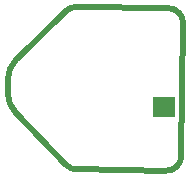
<source format=gbr>
*
G4_C Author: OrCAD GerbTool(tm) 8.1.1 Thu Jun 19 01:56:19 2003*
%LPD*%
%LNstifftop*%
%FSLAX34Y34*%
%MOIN*%
%AD*%
%AMD26R89*
20,1,0.027000,0.000000,-0.036000,0.000000,0.036000,89.200000*
%
%ADD10C,0.010000*%
%ADD11C,0.020000*%
%ADD12D26R89*%
%ADD26R,0.027000X0.072000*%
G4_C OrCAD GerbTool Tool List *
G54D11*
G1X93869Y37691D2*
G75*
G3X93376Y38198I-500J7D1*
G74*
G1X90309Y38240D1*
G75*
G3X89954Y38099I-7J-500D1*
G74*
G1X89977Y32971D2*
G75*
G3X90328Y32820I359J349D1*
G74*
G1X93301Y32778D1*
G1X93808Y33271D2*
G1X93869Y37691D1*
G1X93301Y32778D2*
G75*
G3X93808Y33271I7J500D1*
G74*
G1X89977Y32971D2*
G1X88298Y34697D1*
G75*
G2X88015Y35408I717J697D1*
G74*
G1X88021Y35811D1*
G1X88323Y36514D2*
G1X89954Y38099D1*
G1X88021Y35811D2*
G75*
G2X88323Y36514I1000J-14D1*
G74*
G54D12*
G1X93221Y35098D3*
G1X93218Y34898D3*
G1X93216Y34701D3*
M2*

</source>
